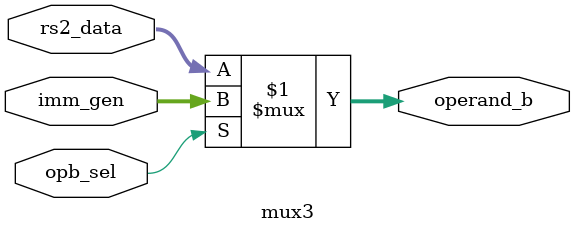
<source format=sv>
module mux3(                                                 /*----------- Already Checked----------------*/
	input logic  [31:0] rs2_data ,
	input logic  [31:0] imm_gen  ,
	input logic         opb_sel  ,
	output logic [31:0] operand_b
);
	assign operand_b = opb_sel ? imm_gen : rs2_data;
endmodule

</source>
